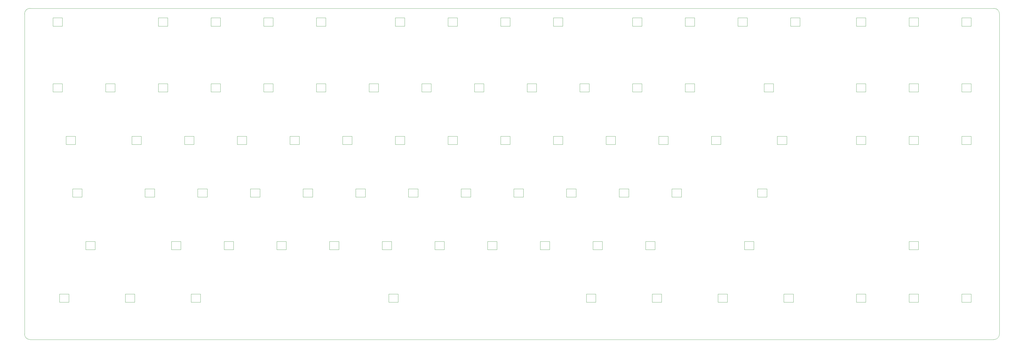
<source format=gm1>
%TF.GenerationSoftware,KiCad,Pcbnew,(5.1.10)-1*%
%TF.CreationDate,2022-02-04T14:19:33-06:00*%
%TF.ProjectId,PyKey87,50794b65-7938-4372-9e6b-696361645f70,rev?*%
%TF.SameCoordinates,Original*%
%TF.FileFunction,Profile,NP*%
%FSLAX46Y46*%
G04 Gerber Fmt 4.6, Leading zero omitted, Abs format (unit mm)*
G04 Created by KiCad (PCBNEW (5.1.10)-1) date 2022-02-04 14:19:33*
%MOMM*%
%LPD*%
G01*
G04 APERTURE LIST*
%TA.AperFunction,Profile*%
%ADD10C,0.100000*%
%TD*%
%TA.AperFunction,Profile*%
%ADD11C,0.099060*%
%TD*%
%TA.AperFunction,Profile*%
%ADD12C,0.050000*%
%TD*%
G04 APERTURE END LIST*
D10*
X412000000Y-42000000D02*
G75*
G03*
X410000000Y-40000000I-2000000J0D01*
G01*
X412000000Y-158000000D02*
G75*
G02*
X410000000Y-160000000I-2000000J0D01*
G01*
X59500000Y-158000000D02*
G75*
G03*
X61500000Y-160000000I2000000J0D01*
G01*
X59500000Y-42000000D02*
G75*
G02*
X61500000Y-40000000I2000000J0D01*
G01*
D11*
X61500000Y-40000000D02*
X410000000Y-40000000D01*
X61500000Y-160000000D02*
X410000000Y-160000000D01*
X412000000Y-158000000D02*
X412000000Y-42000000D01*
X59500000Y-42000000D02*
X59500000Y-158000000D01*
D12*
X149337500Y-43457500D02*
X149337500Y-46457500D01*
X145937500Y-43457500D02*
X149337500Y-43457500D01*
X145937500Y-46457500D02*
X145937500Y-43457500D01*
X149337500Y-46457500D02*
X145937500Y-46457500D01*
X320787500Y-43457500D02*
X320787500Y-46457500D01*
X317387500Y-43457500D02*
X320787500Y-43457500D01*
X317387500Y-46457500D02*
X317387500Y-43457500D01*
X320787500Y-46457500D02*
X317387500Y-46457500D01*
X401750000Y-143470000D02*
X401750000Y-146470000D01*
X398350000Y-143470000D02*
X401750000Y-143470000D01*
X398350000Y-146470000D02*
X398350000Y-143470000D01*
X401750000Y-146470000D02*
X398350000Y-146470000D01*
X92187500Y-70270000D02*
X88787500Y-70270000D01*
X88787500Y-70270000D02*
X88787500Y-67270000D01*
X88787500Y-67270000D02*
X92187500Y-67270000D01*
X92187500Y-67270000D02*
X92187500Y-70270000D01*
X73137500Y-70270000D02*
X69737500Y-70270000D01*
X69737500Y-70270000D02*
X69737500Y-67270000D01*
X69737500Y-67270000D02*
X73137500Y-67270000D01*
X73137500Y-67270000D02*
X73137500Y-70270000D01*
X339837500Y-43457500D02*
X339837500Y-46457500D01*
X336437500Y-43457500D02*
X339837500Y-43457500D01*
X336437500Y-46457500D02*
X336437500Y-43457500D01*
X339837500Y-46457500D02*
X336437500Y-46457500D01*
X401750000Y-43457500D02*
X401750000Y-46457500D01*
X398350000Y-43457500D02*
X401750000Y-43457500D01*
X398350000Y-46457500D02*
X398350000Y-43457500D01*
X401750000Y-46457500D02*
X398350000Y-46457500D01*
X401750000Y-67270000D02*
X401750000Y-70270000D01*
X398350000Y-67270000D02*
X401750000Y-67270000D01*
X398350000Y-70270000D02*
X398350000Y-67270000D01*
X401750000Y-70270000D02*
X398350000Y-70270000D01*
X401750000Y-86320000D02*
X401750000Y-89320000D01*
X398350000Y-86320000D02*
X401750000Y-86320000D01*
X398350000Y-89320000D02*
X398350000Y-86320000D01*
X401750000Y-89320000D02*
X398350000Y-89320000D01*
X382700000Y-124420000D02*
X382700000Y-127420000D01*
X379300000Y-124420000D02*
X382700000Y-124420000D01*
X379300000Y-127420000D02*
X379300000Y-124420000D01*
X382700000Y-127420000D02*
X379300000Y-127420000D01*
X85012000Y-127420000D02*
X81612000Y-127420000D01*
X81612000Y-127420000D02*
X81612000Y-124420000D01*
X81612000Y-124420000D02*
X85012000Y-124420000D01*
X85012000Y-124420000D02*
X85012000Y-127420000D01*
X111238000Y-70270000D02*
X107838000Y-70270000D01*
X107838000Y-70270000D02*
X107838000Y-67270000D01*
X107838000Y-67270000D02*
X111238000Y-67270000D01*
X111238000Y-67270000D02*
X111238000Y-70270000D01*
X130288000Y-70270000D02*
X126888000Y-70270000D01*
X126888000Y-70270000D02*
X126888000Y-67270000D01*
X126888000Y-67270000D02*
X130288000Y-67270000D01*
X130288000Y-67270000D02*
X130288000Y-70270000D01*
X149338000Y-70270000D02*
X145938000Y-70270000D01*
X145938000Y-70270000D02*
X145938000Y-67270000D01*
X145938000Y-67270000D02*
X149338000Y-67270000D01*
X149338000Y-67270000D02*
X149338000Y-70270000D01*
X168388000Y-70270000D02*
X164988000Y-70270000D01*
X164988000Y-70270000D02*
X164988000Y-67270000D01*
X164988000Y-67270000D02*
X168388000Y-67270000D01*
X168388000Y-67270000D02*
X168388000Y-70270000D01*
X206488000Y-70270000D02*
X203088000Y-70270000D01*
X203088000Y-70270000D02*
X203088000Y-67270000D01*
X203088000Y-67270000D02*
X206488000Y-67270000D01*
X206488000Y-67270000D02*
X206488000Y-70270000D01*
X225538000Y-70270000D02*
X222138000Y-70270000D01*
X222138000Y-70270000D02*
X222138000Y-67270000D01*
X222138000Y-67270000D02*
X225538000Y-67270000D01*
X225538000Y-67270000D02*
X225538000Y-70270000D01*
X244588000Y-70270000D02*
X241188000Y-70270000D01*
X241188000Y-70270000D02*
X241188000Y-67270000D01*
X241188000Y-67270000D02*
X244588000Y-67270000D01*
X244588000Y-67270000D02*
X244588000Y-70270000D01*
X263638000Y-70270000D02*
X260238000Y-70270000D01*
X260238000Y-70270000D02*
X260238000Y-67270000D01*
X260238000Y-67270000D02*
X263638000Y-67270000D01*
X263638000Y-67270000D02*
X263638000Y-70270000D01*
X282688000Y-70270000D02*
X279288000Y-70270000D01*
X279288000Y-70270000D02*
X279288000Y-67270000D01*
X279288000Y-67270000D02*
X282688000Y-67270000D01*
X282688000Y-67270000D02*
X282688000Y-70270000D01*
X301738000Y-70270000D02*
X298338000Y-70270000D01*
X298338000Y-70270000D02*
X298338000Y-67270000D01*
X298338000Y-67270000D02*
X301738000Y-67270000D01*
X301738000Y-67270000D02*
X301738000Y-70270000D01*
X101712000Y-89320000D02*
X98312000Y-89320000D01*
X98312000Y-89320000D02*
X98312000Y-86320000D01*
X98312000Y-86320000D02*
X101712000Y-86320000D01*
X101712000Y-86320000D02*
X101712000Y-89320000D01*
X120762000Y-89320000D02*
X117362000Y-89320000D01*
X117362000Y-89320000D02*
X117362000Y-86320000D01*
X117362000Y-86320000D02*
X120762000Y-86320000D01*
X120762000Y-86320000D02*
X120762000Y-89320000D01*
X139812000Y-89320000D02*
X136412000Y-89320000D01*
X136412000Y-89320000D02*
X136412000Y-86320000D01*
X136412000Y-86320000D02*
X139812000Y-86320000D01*
X139812000Y-86320000D02*
X139812000Y-89320000D01*
X158862000Y-89320000D02*
X155462000Y-89320000D01*
X155462000Y-89320000D02*
X155462000Y-86320000D01*
X155462000Y-86320000D02*
X158862000Y-86320000D01*
X158862000Y-86320000D02*
X158862000Y-89320000D01*
X177912000Y-89320000D02*
X174512000Y-89320000D01*
X174512000Y-89320000D02*
X174512000Y-86320000D01*
X174512000Y-86320000D02*
X177912000Y-86320000D01*
X177912000Y-86320000D02*
X177912000Y-89320000D01*
X196962000Y-89320000D02*
X193562000Y-89320000D01*
X193562000Y-89320000D02*
X193562000Y-86320000D01*
X193562000Y-86320000D02*
X196962000Y-86320000D01*
X196962000Y-86320000D02*
X196962000Y-89320000D01*
X216012000Y-89320000D02*
X212612000Y-89320000D01*
X212612000Y-89320000D02*
X212612000Y-86320000D01*
X212612000Y-86320000D02*
X216012000Y-86320000D01*
X216012000Y-86320000D02*
X216012000Y-89320000D01*
X235062000Y-89320000D02*
X231662000Y-89320000D01*
X231662000Y-89320000D02*
X231662000Y-86320000D01*
X231662000Y-86320000D02*
X235062000Y-86320000D01*
X235062000Y-86320000D02*
X235062000Y-89320000D01*
X254112000Y-89320000D02*
X250712000Y-89320000D01*
X250712000Y-89320000D02*
X250712000Y-86320000D01*
X250712000Y-86320000D02*
X254112000Y-86320000D01*
X254112000Y-86320000D02*
X254112000Y-89320000D01*
X273162000Y-89320000D02*
X269762000Y-89320000D01*
X269762000Y-89320000D02*
X269762000Y-86320000D01*
X269762000Y-86320000D02*
X273162000Y-86320000D01*
X273162000Y-86320000D02*
X273162000Y-89320000D01*
X292212000Y-89320000D02*
X288812000Y-89320000D01*
X288812000Y-89320000D02*
X288812000Y-86320000D01*
X288812000Y-86320000D02*
X292212000Y-86320000D01*
X292212000Y-86320000D02*
X292212000Y-89320000D01*
X311262000Y-89320000D02*
X307862000Y-89320000D01*
X307862000Y-89320000D02*
X307862000Y-86320000D01*
X307862000Y-86320000D02*
X311262000Y-86320000D01*
X311262000Y-86320000D02*
X311262000Y-89320000D01*
X106475000Y-108370000D02*
X103075000Y-108370000D01*
X103075000Y-108370000D02*
X103075000Y-105370000D01*
X103075000Y-105370000D02*
X106475000Y-105370000D01*
X106475000Y-105370000D02*
X106475000Y-108370000D01*
X125525000Y-108370000D02*
X122125000Y-108370000D01*
X122125000Y-108370000D02*
X122125000Y-105370000D01*
X122125000Y-105370000D02*
X125525000Y-105370000D01*
X125525000Y-105370000D02*
X125525000Y-108370000D01*
X144575000Y-108370000D02*
X141175000Y-108370000D01*
X141175000Y-108370000D02*
X141175000Y-105370000D01*
X141175000Y-105370000D02*
X144575000Y-105370000D01*
X144575000Y-105370000D02*
X144575000Y-108370000D01*
X163625000Y-108370000D02*
X160225000Y-108370000D01*
X160225000Y-108370000D02*
X160225000Y-105370000D01*
X160225000Y-105370000D02*
X163625000Y-105370000D01*
X163625000Y-105370000D02*
X163625000Y-108370000D01*
X182675000Y-108370000D02*
X179275000Y-108370000D01*
X179275000Y-108370000D02*
X179275000Y-105370000D01*
X179275000Y-105370000D02*
X182675000Y-105370000D01*
X182675000Y-105370000D02*
X182675000Y-108370000D01*
X201725000Y-108370000D02*
X198325000Y-108370000D01*
X198325000Y-108370000D02*
X198325000Y-105370000D01*
X198325000Y-105370000D02*
X201725000Y-105370000D01*
X201725000Y-105370000D02*
X201725000Y-108370000D01*
X220775000Y-108370000D02*
X217375000Y-108370000D01*
X217375000Y-108370000D02*
X217375000Y-105370000D01*
X217375000Y-105370000D02*
X220775000Y-105370000D01*
X220775000Y-105370000D02*
X220775000Y-108370000D01*
X239825000Y-108370000D02*
X236425000Y-108370000D01*
X236425000Y-108370000D02*
X236425000Y-105370000D01*
X236425000Y-105370000D02*
X239825000Y-105370000D01*
X239825000Y-105370000D02*
X239825000Y-108370000D01*
X258875000Y-108370000D02*
X255475000Y-108370000D01*
X255475000Y-108370000D02*
X255475000Y-105370000D01*
X255475000Y-105370000D02*
X258875000Y-105370000D01*
X258875000Y-105370000D02*
X258875000Y-108370000D01*
X277925000Y-108370000D02*
X274525000Y-108370000D01*
X274525000Y-108370000D02*
X274525000Y-105370000D01*
X274525000Y-105370000D02*
X277925000Y-105370000D01*
X277925000Y-105370000D02*
X277925000Y-108370000D01*
X296975000Y-108370000D02*
X293575000Y-108370000D01*
X293575000Y-108370000D02*
X293575000Y-105370000D01*
X293575000Y-105370000D02*
X296975000Y-105370000D01*
X296975000Y-105370000D02*
X296975000Y-108370000D01*
X116000000Y-127420000D02*
X112600000Y-127420000D01*
X112600000Y-127420000D02*
X112600000Y-124420000D01*
X112600000Y-124420000D02*
X116000000Y-124420000D01*
X116000000Y-124420000D02*
X116000000Y-127420000D01*
X135050000Y-127420000D02*
X131650000Y-127420000D01*
X131650000Y-127420000D02*
X131650000Y-124420000D01*
X131650000Y-124420000D02*
X135050000Y-124420000D01*
X135050000Y-124420000D02*
X135050000Y-127420000D01*
X154100000Y-127420000D02*
X150700000Y-127420000D01*
X150700000Y-127420000D02*
X150700000Y-124420000D01*
X150700000Y-124420000D02*
X154100000Y-124420000D01*
X154100000Y-124420000D02*
X154100000Y-127420000D01*
X173150000Y-127420000D02*
X169750000Y-127420000D01*
X169750000Y-127420000D02*
X169750000Y-124420000D01*
X169750000Y-124420000D02*
X173150000Y-124420000D01*
X173150000Y-124420000D02*
X173150000Y-127420000D01*
X192200000Y-127420000D02*
X188800000Y-127420000D01*
X188800000Y-127420000D02*
X188800000Y-124420000D01*
X188800000Y-124420000D02*
X192200000Y-124420000D01*
X192200000Y-124420000D02*
X192200000Y-127420000D01*
X211250000Y-127420000D02*
X207850000Y-127420000D01*
X207850000Y-127420000D02*
X207850000Y-124420000D01*
X207850000Y-124420000D02*
X211250000Y-124420000D01*
X211250000Y-124420000D02*
X211250000Y-127420000D01*
X230300000Y-127420000D02*
X226900000Y-127420000D01*
X226900000Y-127420000D02*
X226900000Y-124420000D01*
X226900000Y-124420000D02*
X230300000Y-124420000D01*
X230300000Y-124420000D02*
X230300000Y-127420000D01*
X249350000Y-127420000D02*
X245950000Y-127420000D01*
X245950000Y-127420000D02*
X245950000Y-124420000D01*
X245950000Y-124420000D02*
X249350000Y-124420000D01*
X249350000Y-124420000D02*
X249350000Y-127420000D01*
X268400000Y-127420000D02*
X265000000Y-127420000D01*
X265000000Y-127420000D02*
X265000000Y-124420000D01*
X265000000Y-124420000D02*
X268400000Y-124420000D01*
X268400000Y-124420000D02*
X268400000Y-127420000D01*
X287450000Y-127420000D02*
X284050000Y-127420000D01*
X284050000Y-127420000D02*
X284050000Y-124420000D01*
X284050000Y-124420000D02*
X287450000Y-124420000D01*
X287450000Y-124420000D02*
X287450000Y-127420000D01*
X73137500Y-43457500D02*
X73137500Y-46457500D01*
X69737500Y-43457500D02*
X73137500Y-43457500D01*
X69737500Y-46457500D02*
X69737500Y-43457500D01*
X73137500Y-46457500D02*
X69737500Y-46457500D01*
X111237500Y-46457500D02*
X107837500Y-46457500D01*
X107837500Y-46457500D02*
X107837500Y-43457500D01*
X107837500Y-43457500D02*
X111237500Y-43457500D01*
X111237500Y-43457500D02*
X111237500Y-46457500D01*
X130287500Y-43457500D02*
X130287500Y-46457500D01*
X126887500Y-43457500D02*
X130287500Y-43457500D01*
X126887500Y-46457500D02*
X126887500Y-43457500D01*
X130287500Y-46457500D02*
X126887500Y-46457500D01*
X168387500Y-43457500D02*
X168387500Y-46457500D01*
X164987500Y-43457500D02*
X168387500Y-43457500D01*
X164987500Y-46457500D02*
X164987500Y-43457500D01*
X168387500Y-46457500D02*
X164987500Y-46457500D01*
X196962500Y-43457500D02*
X196962500Y-46457500D01*
X193562500Y-43457500D02*
X196962500Y-43457500D01*
X193562500Y-46457500D02*
X193562500Y-43457500D01*
X196962500Y-46457500D02*
X193562500Y-46457500D01*
X216012500Y-43457500D02*
X216012500Y-46457500D01*
X212612500Y-43457500D02*
X216012500Y-43457500D01*
X212612500Y-46457500D02*
X212612500Y-43457500D01*
X216012500Y-46457500D02*
X212612500Y-46457500D01*
X235062500Y-43457500D02*
X235062500Y-46457500D01*
X231662500Y-43457500D02*
X235062500Y-43457500D01*
X231662500Y-46457500D02*
X231662500Y-43457500D01*
X235062500Y-46457500D02*
X231662500Y-46457500D01*
X254112500Y-43457500D02*
X254112500Y-46457500D01*
X250712500Y-43457500D02*
X254112500Y-43457500D01*
X250712500Y-46457500D02*
X250712500Y-43457500D01*
X254112500Y-46457500D02*
X250712500Y-46457500D01*
X282687500Y-43457500D02*
X282687500Y-46457500D01*
X279287500Y-43457500D02*
X282687500Y-43457500D01*
X279287500Y-46457500D02*
X279287500Y-43457500D01*
X282687500Y-46457500D02*
X279287500Y-46457500D01*
X301737500Y-43457500D02*
X301737500Y-46457500D01*
X298337500Y-43457500D02*
X301737500Y-43457500D01*
X298337500Y-46457500D02*
X298337500Y-43457500D01*
X301737500Y-46457500D02*
X298337500Y-46457500D01*
X363650000Y-43457500D02*
X363650000Y-46457500D01*
X360250000Y-43457500D02*
X363650000Y-43457500D01*
X360250000Y-46457500D02*
X360250000Y-43457500D01*
X363650000Y-46457500D02*
X360250000Y-46457500D01*
X363650000Y-67270000D02*
X363650000Y-70270000D01*
X360250000Y-67270000D02*
X363650000Y-67270000D01*
X360250000Y-70270000D02*
X360250000Y-67270000D01*
X363650000Y-70270000D02*
X360250000Y-70270000D01*
X363650000Y-86320000D02*
X363650000Y-89320000D01*
X360250000Y-86320000D02*
X363650000Y-86320000D01*
X360250000Y-89320000D02*
X360250000Y-86320000D01*
X363650000Y-89320000D02*
X360250000Y-89320000D01*
X363650000Y-143470000D02*
X363650000Y-146470000D01*
X360250000Y-143470000D02*
X363650000Y-143470000D01*
X360250000Y-146470000D02*
X360250000Y-143470000D01*
X363650000Y-146470000D02*
X360250000Y-146470000D01*
X382700000Y-43457500D02*
X382700000Y-46457500D01*
X379300000Y-43457500D02*
X382700000Y-43457500D01*
X379300000Y-46457500D02*
X379300000Y-43457500D01*
X382700000Y-46457500D02*
X379300000Y-46457500D01*
X382700000Y-67270000D02*
X382700000Y-70270000D01*
X379300000Y-67270000D02*
X382700000Y-67270000D01*
X379300000Y-70270000D02*
X379300000Y-67270000D01*
X382700000Y-70270000D02*
X379300000Y-70270000D01*
X382700000Y-86320000D02*
X382700000Y-89320000D01*
X379300000Y-86320000D02*
X382700000Y-86320000D01*
X379300000Y-89320000D02*
X379300000Y-86320000D01*
X382700000Y-89320000D02*
X379300000Y-89320000D01*
X187438000Y-70270000D02*
X184038000Y-70270000D01*
X184038000Y-70270000D02*
X184038000Y-67270000D01*
X184038000Y-67270000D02*
X187438000Y-67270000D01*
X187438000Y-67270000D02*
X187438000Y-70270000D01*
X382700000Y-143470000D02*
X382700000Y-146470000D01*
X379300000Y-143470000D02*
X382700000Y-143470000D01*
X379300000Y-146470000D02*
X379300000Y-143470000D01*
X382700000Y-146470000D02*
X379300000Y-146470000D01*
X194581000Y-146470000D02*
X191181000Y-146470000D01*
X191181000Y-146470000D02*
X191181000Y-143470000D01*
X191181000Y-143470000D02*
X194581000Y-143470000D01*
X194581000Y-143470000D02*
X194581000Y-146470000D01*
X323169000Y-127420000D02*
X319769000Y-127420000D01*
X319769000Y-127420000D02*
X319769000Y-124420000D01*
X319769000Y-124420000D02*
X323169000Y-124420000D01*
X323169000Y-124420000D02*
X323169000Y-127420000D01*
X327931000Y-108370000D02*
X324531000Y-108370000D01*
X324531000Y-108370000D02*
X324531000Y-105370000D01*
X324531000Y-105370000D02*
X327931000Y-105370000D01*
X327931000Y-105370000D02*
X327931000Y-108370000D01*
X330313000Y-70270000D02*
X326913000Y-70270000D01*
X326913000Y-70270000D02*
X326913000Y-67270000D01*
X326913000Y-67270000D02*
X330313000Y-67270000D01*
X330313000Y-67270000D02*
X330313000Y-70270000D01*
X80282500Y-108370000D02*
X76882500Y-108370000D01*
X76882500Y-108370000D02*
X76882500Y-105370000D01*
X76882500Y-105370000D02*
X80282500Y-105370000D01*
X80282500Y-105370000D02*
X80282500Y-108370000D01*
X335075000Y-89320000D02*
X331675000Y-89320000D01*
X331675000Y-89320000D02*
X331675000Y-86320000D01*
X331675000Y-86320000D02*
X335075000Y-86320000D01*
X335075000Y-86320000D02*
X335075000Y-89320000D01*
X77900000Y-89320000D02*
X74500000Y-89320000D01*
X74500000Y-89320000D02*
X74500000Y-86320000D01*
X74500000Y-86320000D02*
X77900000Y-86320000D01*
X77900000Y-86320000D02*
X77900000Y-89320000D01*
X337444000Y-146470000D02*
X334044000Y-146470000D01*
X334044000Y-146470000D02*
X334044000Y-143470000D01*
X334044000Y-143470000D02*
X337444000Y-143470000D01*
X337444000Y-143470000D02*
X337444000Y-146470000D01*
X313631000Y-146470000D02*
X310231000Y-146470000D01*
X310231000Y-146470000D02*
X310231000Y-143470000D01*
X310231000Y-143470000D02*
X313631000Y-143470000D01*
X313631000Y-143470000D02*
X313631000Y-146470000D01*
X289831000Y-146470000D02*
X286431000Y-146470000D01*
X286431000Y-146470000D02*
X286431000Y-143470000D01*
X286431000Y-143470000D02*
X289831000Y-143470000D01*
X289831000Y-143470000D02*
X289831000Y-146470000D01*
X266019000Y-146470000D02*
X262619000Y-146470000D01*
X262619000Y-146470000D02*
X262619000Y-143470000D01*
X262619000Y-143470000D02*
X266019000Y-143470000D01*
X266019000Y-143470000D02*
X266019000Y-146470000D01*
X123144000Y-146470000D02*
X119744000Y-146470000D01*
X119744000Y-146470000D02*
X119744000Y-143470000D01*
X119744000Y-143470000D02*
X123144000Y-143470000D01*
X123144000Y-143470000D02*
X123144000Y-146470000D01*
X99331200Y-146470000D02*
X95931200Y-146470000D01*
X95931200Y-146470000D02*
X95931200Y-143470000D01*
X95931200Y-143470000D02*
X99331200Y-143470000D01*
X99331200Y-143470000D02*
X99331200Y-146470000D01*
X75518800Y-146470000D02*
X72118800Y-146470000D01*
X72118800Y-146470000D02*
X72118800Y-143470000D01*
X72118800Y-143470000D02*
X75518800Y-143470000D01*
X75518800Y-143470000D02*
X75518800Y-146470000D01*
M02*

</source>
